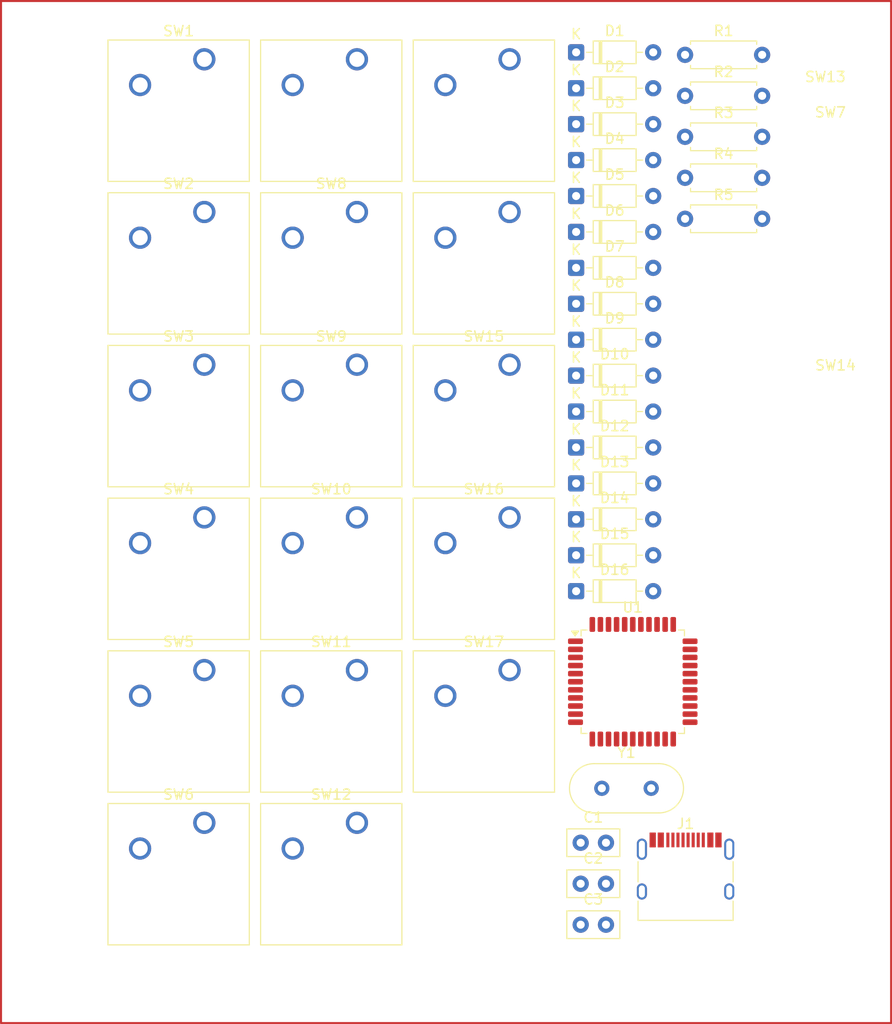
<source format=kicad_pcb>
(kicad_pcb (version 20241229) (generator "pcbnew") (generator_version "9.0")
  (layers (0 "F.Cu" signal) (2 "B.Cu" signal) (13 "F.Paste" user) (15 "B.Paste" user) (5 "F.SilkS" user "F.Silkscreen") (7 "B.SilkS" user "B.Silkscreen") (1 "F.Mask" user) (3 "B.Mask" user) (25 "Edge.Cuts" user))
  (net 0 "")
  (net 1 "Net-(U1-XTAL1)")
  (net 2 "GND")
  (net 3 "Net-(U1-XTAL2)")
  (net 4 "Net-(U1-UCAP)")
  (net 5 "Net-(D1-K)")
  (net 6 "ROW 2")
  (net 7 "ROW 3")
  (net 8 "Net-(D2-K)")
  (net 9 "Net-(D3-K)")
  (net 10 "ROW 4")
  (net 11 "ROW 1")
  (net 12 "Net-(D4-K)")
  (net 13 "Net-(D5-K)")
  (net 14 "Net-(D6-K)")
  (net 15 "Net-(D7-K)")
  (net 16 "Net-(D8-K)")
  (net 17 "Net-(D9-K)")
  (net 18 "Net-(D10-K)")
  (net 19 "Net-(D11-K)")
  (net 20 "Net-(D12-K)")
  (net 21 "Net-(D13-K)")
  (net 22 "Net-(D14-K)")
  (net 23 "Net-(D15-K)")
  (net 24 "Net-(D16-K)")
  (net 26 "+5V")
  (net 27 "D-")
  (net 28 "D+")
  (net 29 "Net-(J1-CC1)")
  (net 30 "Net-(J1-CC2)")
  (net 32 "Net-(U1-D-)")
  (net 33 "Net-(U1-D+)")
  (net 34 "Net-(U1-~{RESET})")
  (net 35 "COLUMN 1")
  (net 36 "COLUMN 2")
  (net 37 "COLUMN 3")
  (net 38 "COLUMN 4")
  (footprint "Diode_THT:D_DO-35_SOD27_P7.62mm_Horizontal" (layer "F.Cu") (at 159.36 36.57)
    (property "Reference" "D1" (at 3.81 -2.12 0) (layer "F.SilkS"))
    (property "Value" "D")
    (fp_text user "K" (at 0 -1.8 0) (layer "F.SilkS"))
    (pad "1" thru_hole roundrect (at 0 0) (size 1.6 1.6) (drill 0.8) (layers "*.Cu" "*.Mask") (roundrect_rratio 0.15625) (net 5 "Net-(D1-K)"))
    (pad "2" thru_hole circle (at 7.62 0) (size 1.6 1.6) (drill 0.8) (layers "*.Cu" "*.Mask") (net 6 "ROW 2"))
  )
  (footprint "Diode_THT:D_DO-35_SOD27_P7.62mm_Horizontal" (layer "F.Cu") (at 159.36 82.72)
    (property "Reference" "D14" (at 3.81 -2.12 0) (layer "F.SilkS"))
    (property "Value" "D")
    (fp_text user "K" (at 0 -1.8 0) (layer "F.SilkS"))
    (pad "1" thru_hole roundrect (at 0 0) (size 1.6 1.6) (drill 0.8) (layers "*.Cu" "*.Mask") (roundrect_rratio 0.15625) (net 22 "Net-(D14-K)"))
    (pad "2" thru_hole circle (at 7.62 0) (size 1.6 1.6) (drill 0.8) (layers "*.Cu" "*.Mask") (net 7 "ROW 3"))
  )
  (footprint "Resistor_THT:R_Axial_DIN0207_L6.3mm_D2.5mm_P7.62mm_Horizontal" (layer "F.Cu") (at 170.13 36.82)
    (property "Reference" "R1" (at 3.81 -2.37 0) (layer "F.SilkS"))
    (property "Value" "R")
    (pad "1" thru_hole circle (at 0 0) (size 1.6 1.6) (drill 0.8) (layers "*.Cu" "*.Mask") (net 29 "Net-(J1-CC1)"))
    (pad "2" thru_hole circle (at 7.62 0) (size 1.6 1.6) (drill 0.8) (layers "*.Cu" "*.Mask") (net 2 "GND"))
  )
  (footprint "Button_Switch_Keyboard:SW_Cherry_MX_1.00u_PCB" (layer "F.Cu") (at 122.6 82.53)
    (property "Reference" "SW4" (at -2.54 -2.794 0) (layer "F.SilkS"))
    (property "Value" "SW_Push")
    (pad "" np_thru_hole circle (at -7.62 5.08) (size 1.7 1.7) (drill 1.7) (layers "*.Cu" "*.Mask"))
    (pad "" np_thru_hole circle (at -2.54 5.08) (size 4 4) (drill 4) (layers "*.Cu" "*.Mask"))
    (pad "" np_thru_hole circle (at 2.54 5.08) (size 1.7 1.7) (drill 1.7) (layers "*.Cu" "*.Mask"))
    (pad "1" thru_hole circle (at 0 0) (size 2.2 2.2) (drill 1.5) (layers "*.Cu" "*.Mask") (net 35 "COLUMN 1"))
    (pad "2" thru_hole circle (at -6.35 2.54) (size 2.2 2.2) (drill 1.5) (layers "*.Cu" "*.Mask") (net 9 "Net-(D3-K)"))
  )
  (footprint "Diode_THT:D_DO-35_SOD27_P7.62mm_Horizontal" (layer "F.Cu") (at 159.36 68.52)
    (property "Reference" "D10" (at 3.81 -2.12 0) (layer "F.SilkS"))
    (property "Value" "D")
    (fp_text user "K" (at 0 -1.8 0) (layer "F.SilkS"))
    (pad "1" thru_hole roundrect (at 0 0) (size 1.6 1.6) (drill 0.8) (layers "*.Cu" "*.Mask") (roundrect_rratio 0.15625) (net 18 "Net-(D10-K)"))
    (pad "2" thru_hole circle (at 7.62 0) (size 1.6 1.6) (drill 0.8) (layers "*.Cu" "*.Mask") (net 7 "ROW 3"))
  )
  (footprint "Connector_USB:USB_C_Receptacle_HRO_TYPE-C-31-M-12" (layer "F.Cu") (at 170.18 118.45)
    (property "Reference" "J1" (at 0 -5.645 0) (layer "F.SilkS"))
    (property "Value" "USB_C_Receptacle_USB2.0_16P")
    (pad "" np_thru_hole circle (at -2.89 -2.6) (size 0.65 0.65) (drill 0.65) (layers "*.Cu" "*.Mask"))
    (pad "" np_thru_hole circle (at 2.89 -2.6) (size 0.65 0.65) (drill 0.65) (layers "*.Cu" "*.Mask"))
    (pad "A1" smd rect (at -3.25 -4.045) (size 0.6 1.45) (layers "F.Cu" "F.Mask" "F.Paste") (net 2 "GND"))
    (pad "A4" smd rect (at -2.45 -4.045) (size 0.6 1.45) (layers "F.Cu" "F.Mask" "F.Paste") (net 26 "+5V"))
    (pad "A5" smd rect (at -1.25 -4.045) (size 0.3 1.45) (layers "F.Cu" "F.Mask" "F.Paste") (net 29 "Net-(J1-CC1)"))
    (pad "A6" smd rect (at -0.25 -4.045) (size 0.3 1.45) (layers "F.Cu" "F.Mask" "F.Paste") (net 28 "D+"))
    (pad "A7" smd rect (at 0.25 -4.045) (size 0.3 1.45) (layers "F.Cu" "F.Mask" "F.Paste") (net 27 "D-"))
    (pad "A8" smd rect (at 1.25 -4.045) (size 0.3 1.45) (layers "F.Cu" "F.Mask" "F.Paste"))
    (pad "A9" smd rect (at 2.45 -4.045) (size 0.6 1.45) (layers "F.Cu" "F.Mask" "F.Paste") (net 26 "+5V"))
    (pad "A12" smd rect (at 3.25 -4.045) (size 0.6 1.45) (layers "F.Cu" "F.Mask" "F.Paste") (net 2 "GND"))
    (pad "B1" smd rect (at 3.25 -4.045) (size 0.6 1.45) (layers "F.Cu" "F.Mask" "F.Paste") (net 2 "GND"))
    (pad "B4" smd rect (at 2.45 -4.045) (size 0.6 1.45) (layers "F.Cu" "F.Mask" "F.Paste") (net 26 "+5V"))
    (pad "B5" smd rect (at 1.75 -4.045) (size 0.3 1.45) (layers "F.Cu" "F.Mask" "F.Paste") (net 30 "Net-(J1-CC2)"))
    (pad "B6" smd rect (at 0.75 -4.045) (size 0.3 1.45) (layers "F.Cu" "F.Mask" "F.Paste") (net 28 "D+"))
    (pad "B7" smd rect (at -0.75 -4.045) (size 0.3 1.45) (layers "F.Cu" "F.Mask" "F.Paste") (net 27 "D-"))
    (pad "B8" smd rect (at -1.75 -4.045) (size 0.3 1.45) (layers "F.Cu" "F.Mask" "F.Paste"))
    (pad "B9" smd rect (at -2.45 -4.045) (size 0.6 1.45) (layers "F.Cu" "F.Mask" "F.Paste") (net 26 "+5V"))
    (pad "B12" smd rect (at -3.25 -4.045) (size 0.6 1.45) (layers "F.Cu" "F.Mask" "F.Paste") (net 2 "GND"))
    (pad "S1" thru_hole oval (at -4.32 -3.13) (size 1 2.1) (drill oval 0.6 1.7) (property pad_prop_heatsink) (layers "*.Cu" "*.Mask") (net 2 "GND"))
    (pad "S1" thru_hole oval (at -4.32 1.05) (size 1 1.6) (drill oval 0.6 1.2) (property pad_prop_heatsink) (layers "*.Cu" "*.Mask") (net 2 "GND"))
    (pad "S1" thru_hole oval (at 4.32 -3.13) (size 1 2.1) (drill oval 0.6 1.7) (property pad_prop_heatsink) (layers "*.Cu" "*.Mask") (net 2 "GND"))
    (pad "S1" thru_hole oval (at 4.32 1.05) (size 1 1.6) (drill oval 0.6 1.2) (property pad_prop_heatsink) (layers "*.Cu" "*.Mask") (net 2 "GND"))
  )
  (footprint "Button_Switch_Keyboard:SW_Cherry_MX_1.00u_PCB" (layer "F.Cu") (at 122.6 37.26)
    (property "Reference" "SW1" (at -2.54 -2.794 0) (layer "F.SilkS"))
    (property "Value" "SW_Push")
    (pad "" np_thru_hole circle (at -7.62 5.08) (size 1.7 1.7) (drill 1.7) (layers "*.Cu" "*.Mask"))
    (pad "" np_thru_hole circle (at -2.54 5.08) (size 4 4) (drill 4) (layers "*.Cu" "*.Mask"))
    (pad "" np_thru_hole circle (at 2.54 5.08) (size 1.7 1.7) (drill 1.7) (layers "*.Cu" "*.Mask"))
    (pad "1" thru_hole circle (at 0 0) (size 2.2 2.2) (drill 1.5) (layers "*.Cu" "*.Mask") (net 2 "GND"))
    (pad "2" thru_hole circle (at -6.35 2.54) (size 2.2 2.2) (drill 1.5) (layers "*.Cu" "*.Mask") (net 34 "Net-(U1-~{RESET})"))
  )
  (footprint "Button_Switch_Keyboard:SW_Cherry_MX_1.00u_PCB" (layer "F.Cu") (at 152.78 52.35)
    (property "Reference" "SW14" (at 32.22 15.15 0) (layer "F.SilkS"))
    (property "Value" "SW_Push")
    (pad "" np_thru_hole circle (at -7.62 5.08) (size 1.7 1.7) (drill 1.7) (layers "*.Cu" "*.Mask"))
    (pad "" np_thru_hole circle (at -2.54 5.08) (size 4 4) (drill 4) (layers "*.Cu" "*.Mask"))
    (pad "" np_thru_hole circle (at 2.54 5.08) (size 1.7 1.7) (drill 1.7) (layers "*.Cu" "*.Mask"))
    (pad "1" thru_hole circle (at 0 0) (size 2.2 2.2) (drill 1.5) (layers "*.Cu" "*.Mask") (net 38 "COLUMN 4"))
    (pad "2" thru_hole circle (at -6.35 2.54) (size 2.2 2.2) (drill 1.5) (layers "*.Cu" "*.Mask") (net 21 "Net-(D13-K)"))
  )
  (footprint "Resistor_THT:R_Axial_DIN0207_L6.3mm_D2.5mm_P7.62mm_Horizontal" (layer "F.Cu") (at 170.13 53.02)
    (property "Reference" "R5" (at 3.81 -2.37 0) (layer "F.SilkS"))
    (property "Value" "R")
    (pad "1" thru_hole circle (at 0 0) (size 1.6 1.6) (drill 0.8) (layers "*.Cu" "*.Mask") (net 26 "+5V"))
    (pad "2" thru_hole circle (at 7.62 0) (size 1.6 1.6) (drill 0.8) (layers "*.Cu" "*.Mask") (net 34 "Net-(U1-~{RESET})"))
  )
  (footprint "Resistor_THT:R_Axial_DIN0207_L6.3mm_D2.5mm_P7.62mm_Horizontal" (layer "F.Cu") (at 170.13 48.97)
    (property "Reference" "R4" (at 3.81 -2.37 0) (layer "F.SilkS"))
    (property "Value" "R")
    (pad "1" thru_hole circle (at 0 0) (size 1.6 1.6) (drill 0.8) (layers "*.Cu" "*.Mask") (net 28 "D+"))
    (pad "2" thru_hole circle (at 7.62 0) (size 1.6 1.6) (drill 0.8) (layers "*.Cu" "*.Mask") (net 33 "Net-(U1-D+)"))
  )
  (footprint "Capacitor_THT:C_Disc_D5.0mm_W2.5mm_P2.50mm" (layer "F.Cu") (at 159.81 118.73)
    (property "Reference" "C2" (at 1.25 -2.5 0) (layer "F.SilkS"))
    (property "Value" "C")
    (pad "1" thru_hole circle (at 0 0) (size 1.6 1.6) (drill 0.8) (layers "*.Cu" "*.Mask") (net 2 "GND"))
    (pad "2" thru_hole circle (at 2.5 0) (size 1.6 1.6) (drill 0.8) (layers "*.Cu" "*.Mask") (net 3 "Net-(U1-XTAL2)"))
  )
  (footprint "Diode_THT:D_DO-35_SOD27_P7.62mm_Horizontal" (layer "F.Cu") (at 159.36 43.67)
    (property "Reference" "D3" (at 3.81 -2.12 0) (layer "F.SilkS"))
    (property "Value" "D")
    (fp_text user "K" (at 0 -1.8 0) (layer "F.SilkS"))
    (pad "1" thru_hole roundrect (at 0 0) (size 1.6 1.6) (drill 0.8) (layers "*.Cu" "*.Mask") (roundrect_rratio 0.15625) (net 9 "Net-(D3-K)"))
    (pad "2" thru_hole circle (at 7.62 0) (size 1.6 1.6) (drill 0.8) (layers "*.Cu" "*.Mask") (net 10 "ROW 4"))
  )
  (footprint "Diode_THT:D_DO-35_SOD27_P7.62mm_Horizontal" (layer "F.Cu") (at 159.36 64.97)
    (property "Reference" "D9" (at 3.81 -2.12 0) (layer "F.SilkS"))
    (property "Value" "D")
    (fp_text user "K" (at 0 -1.8 0) (layer "F.SilkS"))
    (pad "1" thru_hole roundrect (at 0 0) (size 1.6 1.6) (drill 0.8) (layers "*.Cu" "*.Mask") (roundrect_rratio 0.15625) (net 17 "Net-(D9-K)"))
    (pad "2" thru_hole circle (at 7.62 0) (size 1.6 1.6) (drill 0.8) (layers "*.Cu" "*.Mask") (net 6 "ROW 2"))
  )
  (footprint "Diode_THT:D_DO-35_SOD27_P7.62mm_Horizontal" (layer "F.Cu") (at 159.36 40.12)
    (property "Reference" "D2" (at 3.81 -2.12 0) (layer "F.SilkS"))
    (property "Value" "D")
    (fp_text user "K" (at 0 -1.8 0) (layer "F.SilkS"))
    (pad "1" thru_hole roundrect (at 0 0) (size 1.6 1.6) (drill 0.8) (layers "*.Cu" "*.Mask") (roundrect_rratio 0.15625) (net 8 "Net-(D2-K)"))
    (pad "2" thru_hole circle (at 7.62 0) (size 1.6 1.6) (drill 0.8) (layers "*.Cu" "*.Mask") (net 7 "ROW 3"))
  )
  (footprint "Button_Switch_Keyboard:SW_Cherry_MX_1.00u_PCB" (layer "F.Cu") (at 152.78 82.53)
    (property "Reference" "SW16" (at -2.54 -2.794 0) (layer "F.SilkS"))
    (property "Value" "SW_Push")
    (pad "" np_thru_hole circle (at -7.62 5.08) (size 1.7 1.7) (drill 1.7) (layers "*.Cu" "*.Mask"))
    (pad "" np_thru_hole circle (at -2.54 5.08) (size 4 4) (drill 4) (layers "*.Cu" "*.Mask"))
    (pad "" np_thru_hole circle (at 2.54 5.08) (size 1.7 1.7) (drill 1.7) (layers "*.Cu" "*.Mask"))
    (pad "1" thru_hole circle (at 0 0) (size 2.2 2.2) (drill 1.5) (layers "*.Cu" "*.Mask") (net 38 "COLUMN 4"))
    (pad "2" thru_hole circle (at -6.35 2.54) (size 2.2 2.2) (drill 1.5) (layers "*.Cu" "*.Mask") (net 23 "Net-(D15-K)"))
  )
  (footprint "Capacitor_THT:C_Disc_D5.0mm_W2.5mm_P2.50mm" (layer "F.Cu") (at 159.81 122.78)
    (property "Reference" "C3" (at 1.25 -2.5 0) (layer "F.SilkS"))
    (property "Value" "C")
    (pad "1" thru_hole circle (at 0 0) (size 1.6 1.6) (drill 0.8) (layers "*.Cu" "*.Mask") (net 4 "Net-(U1-UCAP)"))
    (pad "2" thru_hole circle (at 2.5 0) (size 1.6 1.6) (drill 0.8) (layers "*.Cu" "*.Mask") (net 2 "GND"))
  )
  (footprint "Button_Switch_Keyboard:SW_Cherry_MX_1.00u_PCB" (layer "F.Cu") (at 137.69 112.71)
    (property "Reference" "SW12" (at -2.54 -2.794 0) (layer "F.SilkS"))
    (property "Value" "SW_Push")
    (pad "" np_thru_hole circle (at -7.62 5.08) (size 1.7 1.7) (drill 1.7) (layers "*.Cu" "*.Mask"))
    (pad "" np_thru_hole circle (at -2.54 5.08) (size 4 4) (drill 4) (layers "*.Cu" "*.Mask"))
    (pad "" np_thru_hole circle (at 2.54 5.08) (size 1.7 1.7) (drill 1.7) (layers "*.Cu" "*.Mask"))
    (pad "1" thru_hole circle (at 0 0) (size 2.2 2.2) (drill 1.5) (layers "*.Cu" "*.Mask") (net 37 "COLUMN 3"))
    (pad "2" thru_hole circle (at -6.35 2.54) (size 2.2 2.2) (drill 1.5) (layers "*.Cu" "*.Mask") (net 19 "Net-(D11-K)"))
  )
  (footprint "Button_Switch_Keyboard:SW_Cherry_MX_1.00u_PCB" (layer "F.Cu") (at 137.69 37.26)
    (property "Reference" "SW7" (at 46.81 5.24 0) (layer "F.SilkS"))
    (property "Value" "SW_Push")
    (pad "" np_thru_hole circle (at -7.62 5.08) (size 1.7 1.7) (drill 1.7) (layers "*.Cu" "*.Mask"))
    (pad "" np_thru_hole circle (at -2.54 5.08) (size 4 4) (drill 4) (layers "*.Cu" "*.Mask"))
    (pad "" np_thru_hole circle (at 2.54 5.08) (size 1.7 1.7) (drill 1.7) (layers "*.Cu" "*.Mask"))
    (pad "1" thru_hole circle (at 0 0) (size 2.2 2.2) (drill 1.5) (layers "*.Cu" "*.Mask") (net 36 "COLUMN 2"))
    (pad "2" thru_hole circle (at -6.35 2.54) (size 2.2 2.2) (drill 1.5) (layers "*.Cu" "*.Mask") (net 14 "Net-(D6-K)"))
  )
  (footprint "Button_Switch_Keyboard:SW_Cherry_MX_1.00u_PCB" (layer "F.Cu") (at 152.78 97.62)
    (property "Reference" "SW17" (at -2.54 -2.794 0) (layer "F.SilkS"))
    (property "Value" "SW_Push")
    (pad "" np_thru_hole circle (at -7.62 5.08) (size 1.7 1.7) (drill 1.7) (layers "*.Cu" "*.Mask"))
    (pad "" np_thru_hole circle (at -2.54 5.08) (size 4 4) (drill 4) (layers "*.Cu" "*.Mask"))
    (pad "" np_thru_hole circle (at 2.54 5.08) (size 1.7 1.7) (drill 1.7) (layers "*.Cu" "*.Mask"))
    (pad "1" thru_hole circle (at 0 0) (size 2.2 2.2) (drill 1.5) (layers "*.Cu" "*.Mask") (net 38 "COLUMN 4"))
    (pad "2" thru_hole circle (at -6.35 2.54) (size 2.2 2.2) (drill 1.5) (layers "*.Cu" "*.Mask") (net 24 "Net-(D16-K)"))
  )
  (footprint "Package_QFP:TQFP-44_10x10mm_P0.8mm" (layer "F.Cu") (at 164.96 98.77)
    (property "Reference" "U1" (at 0 -7.35 0) (layer "F.SilkS"))
    (property "Value" "ATmega32U4-A")
    (pad "1" smd roundrect (at -5.6625 -4) (size 1.475 0.55) (layers "F.Cu" "F.Mask" "F.Paste"))
    (pad "2" smd roundrect (at -5.6625 -3.2) (size 1.475 0.55) (layers "F.Cu" "F.Mask" "F.Paste") (net 26 "+5V"))
    (pad "3" smd roundrect (at -5.6625 -2.4) (size 1.475 0.55) (layers "F.Cu" "F.Mask" "F.Paste") (net 32 "Net-(U1-D-)"))
    (pad "4" smd roundrect (at -5.6625 -1.6) (size 1.475 0.55) (layers "F.Cu" "F.Mask" "F.Paste") (net 33 "Net-(U1-D+)"))
    (pad "5" smd roundrect (at -5.6625 -0.8) (size 1.475 0.55) (layers "F.Cu" "F.Mask" "F.Paste") (net 2 "GND"))
    (pad "6" smd roundrect (at -5.6625 0) (size 1.475 0.55) (layers "F.Cu" "F.Mask" "F.Paste") (net 4 "Net-(U1-UCAP)"))
    (pad "7" smd roundrect (at -5.6625 0.8) (size 1.475 0.55) (layers "F.Cu" "F.Mask" "F.Paste") (net 26 "+5V"))
    (pad "8" smd roundrect (at -5.6625 1.6) (size 1.475 0.55) (layers "F.Cu" "F.Mask" "F.Paste") (net 35 "COLUMN 1"))
    (pad "9" smd roundrect (at -5.6625 2.4) (size 1.475 0.55) (layers "F.Cu" "F.Mask" "F.Paste") (net 36 "COLUMN 2"))
    (pad "10" smd roundrect (at -5.6625 3.2) (size 1.475 0.55) (layers "F.Cu" "F.Mask" "F.Paste") (net 37 "COLUMN 3"))
    (pad "11" smd roundrect (at -5.6625 4) (size 1.475 0.55) (layers "F.Cu" "F.Mask" "F.Paste") (net 38 "COLUMN 4"))
    (pad "12" smd roundrect (at -4 5.6625) (size 0.55 1.475) (layers "F.Cu" "F.Mask" "F.Paste"))
    (pad "13" smd roundrect (at -3.2 5.6625) (size 0.55 1.475) (layers "F.Cu" "F.Mask" "F.Paste") (net 34 "Net-(U1-~{RESET})"))
    (pad "14" smd roundrect (at -2.4 5.6625) (size 0.55 1.475) (layers "F.Cu" "F.Mask" "F.Paste") (net 26 "+5V"))
    (pad "15" smd roundrect (at -1.6 5.6625) (size 0.55 1.475) (layers "F.Cu" "F.Mask" "F.Paste") (net 2 "GND"))
    (pad "16" smd roundrect (at -0.8 5.6625) (size 0.55 1.475) (layers "F.Cu" "F.Mask" "F.Paste") (net 3 "Net-(U1-XTAL2)"))
    (pad "17" smd roundrect (at 0 5.6625) (size 0.55 1.475) (layers "F.Cu" "F.Mask" "F.Paste") (net 1 "Net-(U1-XTAL1)"))
    (pad "18" smd roundrect (at 0.8 5.6625) (size 0.55 1.475) (layers "F.Cu" "F.Mask" "F.Paste") (net 11 "ROW 1"))
    (pad "19" smd roundrect (at 1.6 5.6625) (size 0.55 1.475) (layers "F.Cu" "F.Mask" "F.Paste") (net 6 "ROW 2"))
    (pad "20" smd roundrect (at 2.4 5.6625) (size 0.55 1.475) (layers "F.Cu" "F.Mask" "F.Paste") (net 7 "ROW 3"))
    (pad "21" smd roundrect (at 3.2 5.6625) (size 0.55 1.475) (layers "F.Cu" "F.Mask" "F.Paste") (net 10 "ROW 4"))
    (pad "22" smd roundrect (at 4 5.6625) (size 0.55 1.475) (layers "F.Cu" "F.Mask" "F.Paste"))
    (pad "23" smd roundrect (at 5.6625 4) (size 1.475 0.55) (layers "F.Cu" "F.Mask" "F.Paste") (net 2 "GND"))
    (pad "24" smd roundrect (at 5.6625 3.2) (size 1.475 0.55) (layers "F.Cu" "F.Mask" "F.Paste") (net 26 "+5V"))
    (pad "25" smd roundrect (at 5.6625 2.4) (size 1.475 0.55) (layers "F.Cu" "F.Mask" "F.Paste"))
    (pad "26" smd roundrect (at 5.6625 1.6) (size 1.475 0.55) (layers "F.Cu" "F.Mask" "F.Paste"))
    (pad "27" smd roundrect (at 5.6625 0.8) (size 1.475 0.55) (layers "F.Cu" "F.Mask" "F.Paste"))
    (pad "28" smd roundrect (at 5.6625 0) (size 1.475 0.55) (layers "F.Cu" "F.Mask" "F.Paste"))
    (pad "29" smd roundrect (at 5.6625 -0.8) (size 1.475 0.55) (layers "F.Cu" "F.Mask" "F.Paste"))
    (pad "30" smd roundrect (at 5.6625 -1.6) (size 1.475 0.55) (layers "F.Cu" "F.Mask" "F.Paste"))
    (pad "31" smd roundrect (at 5.6625 -2.4) (size 1.475 0.55) (layers "F.Cu" "F.Mask" "F.Paste"))
    (pad "32" smd roundrect (at 5.6625 -3.2) (size 1.475 0.55) (layers "F.Cu" "F.Mask" "F.Paste"))
    (pad "33" smd roundrect (at 5.6625 -4) (size 1.475 0.55) (layers "F.Cu" "F.Mask" "F.Paste"))
    (pad "34" smd roundrect (at 4 -5.6625) (size 0.55 1.475) (layers "F.Cu" "F.Mask" "F.Paste") (net 26 "+5V"))
    (pad "35" smd roundrect (at 3.2 -5.6625) (size 0.55 1.475) (layers "F.Cu" "F.Mask" "F.Paste") (net 2 "GND"))
    (pad "36" smd roundrect (at 2.4 -5.6625) (size 0.55 1.475) (layers "F.Cu" "F.Mask" "F.Paste"))
    (pad "37" smd roundrect (at 1.6 -5.6625) (size 0.55 1.475) (layers "F.Cu" "F.Mask" "F.Paste"))
    (pad "38" smd roundrect (at 0.8 -5.6625) (size 0.55 1.475) (layers "F.Cu" "F.Mask" "F.Paste"))
    (pad "39" smd roundrect (at 0 -5.6625) (size 0.55 1.475) (layers "F.Cu" "F.Mask" "F.Paste"))
    (pad "40" smd roundrect (at -0.8 -5.6625) (size 0.55 1.475) (layers "F.Cu" "F.Mask" "F.Paste"))
    (pad "41" smd roundrect (at -1.6 -5.6625) (size 0.55 1.475) (layers "F.Cu" "F.Mask" "F.Paste"))
    (pad "42" smd roundrect (at -2.4 -5.6625) (size 0.55 1.475) (layers "F.Cu" "F.Mask" "F.Paste"))
    (pad "43" smd roundrect (at -3.2 -5.6625) (size 0.55 1.475) (layers "F.Cu" "F.Mask" "F.Paste") (net 2 "GND"))
    (pad "44" smd roundrect (at -4 -5.6625) (size 0.55 1.475) (layers "F.Cu" "F.Mask" "F.Paste") (net 26 "+5V"))
  )
  (footprint "Button_Switch_Keyboard:SW_Cherry_MX_1.00u_PCB" (layer "F.Cu") (at 152.78 67.44)
    (property "Reference" "SW15" (at -2.54 -2.794 0) (layer "F.SilkS"))
    (property "Value" "SW_Push")
    (pad "" np_thru_hole circle (at -7.62 5.08) (size 1.7 1.7) (drill 1.7) (layers "*.Cu" "*.Mask"))
    (pad "" np_thru_hole circle (at -2.54 5.08) (size 4 4) (drill 4) (layers "*.Cu" "*.Mask"))
    (pad "" np_thru_hole circle (at 2.54 5.08) (size 1.7 1.7) (drill 1.7) (layers "*.Cu" "*.Mask"))
    (pad "1" thru_hole circle (at 0 0) (size 2.2 2.2) (drill 1.5) (layers "*.Cu" "*.Mask") (net 38 "COLUMN 4"))
    (pad "2" thru_hole circle (at -6.35 2.54) (size 2.2 2.2) (drill 1.5) (layers "*.Cu" "*.Mask") (net 22 "Net-(D14-K)"))
  )
  (footprint "Diode_THT:D_DO-35_SOD27_P7.62mm_Horizontal" (layer "F.Cu") (at 159.36 89.82)
    (property "Reference" "D16" (at 3.81 -2.12 0) (layer "F.SilkS"))
    (property "Value" "D")
    (fp_text user "K" (at 0 -1.8 0) (layer "F.SilkS"))
    (pad "1" thru_hole roundrect (at 0 0) (size 1.6 1.6) (drill 0.8) (layers "*.Cu" "*.Mask") (roundrect_rratio 0.15625) (net 24 "Net-(D16-K)"))
    (pad "2" thru_hole circle (at 7.62 0) (size 1.6 1.6) (drill 0.8) (layers "*.Cu" "*.Mask") (net 11 "ROW 1"))
  )
  (footprint "Resistor_THT:R_Axial_DIN0207_L6.3mm_D2.5mm_P7.62mm_Horizontal" (layer "F.Cu") (at 170.13 44.92)
    (property "Reference" "R3" (at 3.81 -2.37 0) (layer "F.SilkS"))
    (property "Value" "R")
    (pad "1" thru_hole circle (at 0 0) (size 1.6 1.6) (drill 0.8) (layers "*.Cu" "*.Mask") (net 27 "D-"))
    (pad "2" thru_hole circle (at 7.62 0) (size 1.6 1.6) (drill 0.8) (layers "*.Cu" "*.Mask") (net 32 "Net-(U1-D-)"))
  )
  (footprint "Diode_THT:D_DO-35_SOD27_P7.62mm_Horizontal" (layer "F.Cu") (at 159.36 54.32)
    (property "Reference" "D6" (at 3.81 -2.12 0) (layer "F.SilkS"))
    (property "Value" "D")
    (fp_text user "K" (at 0 -1.8 0) (layer "F.SilkS"))
    (pad "1" thru_hole roundrect (at 0 0) (size 1.6 1.6) (drill 0.8) (layers "*.Cu" "*.Mask") (roundrect_rratio 0.15625) (net 14 "Net-(D6-K)"))
    (pad "2" thru_hole circle (at 7.62 0) (size 1.6 1.6) (drill 0.8) (layers "*.Cu" "*.Mask") (net 7 "ROW 3"))
  )
  (footprint "Button_Switch_Keyboard:SW_Cherry_MX_1.00u_PCB" (layer "F.Cu") (at 137.69 97.62)
    (property "Reference" "SW11" (at -2.54 -2.794 0) (layer "F.SilkS"))
    (property "Value" "SW_Push")
    (pad "" np_thru_hole circle (at -7.62 5.08) (size 1.7 1.7) (drill 1.7) (layers "*.Cu" "*.Mask"))
    (pad "" np_thru_hole circle (at -2.54 5.08) (size 4 4) (drill 4) (layers "*.Cu" "*.Mask"))
    (pad "" np_thru_hole circle (at 2.54 5.08) (size 1.7 1.7) (drill 1.7) (layers "*.Cu" "*.Mask"))
    (pad "1" thru_hole circle (at 0 0) (size 2.2 2.2) (drill 1.5) (layers "*.Cu" "*.Mask") (net 37 "COLUMN 3"))
    (pad "2" thru_hole circle (at -6.35 2.54) (size 2.2 2.2) (drill 1.5) (layers "*.Cu" "*.Mask") (net 18 "Net-(D10-K)"))
  )
  (footprint "Diode_THT:D_DO-35_SOD27_P7.62mm_Horizontal" (layer "F.Cu") (at 159.36 75.62)
    (property "Reference" "D12" (at 3.81 -2.12 0) (layer "F.SilkS"))
    (property "Value" "D")
    (fp_text user "K" (at 0 -1.8 0) (layer "F.SilkS"))
    (pad "1" thru_hole roundrect (at 0 0) (size 1.6 1.6) (drill 0.8) (layers "*.Cu" "*.Mask") (roundrect_rratio 0.15625) (net 20 "Net-(D12-K)"))
    (pad "2" thru_hole circle (at 7.62 0) (size 1.6 1.6) (drill 0.8) (layers "*.Cu" "*.Mask") (net 11 "ROW 1"))
  )
  (footprint "Diode_THT:D_DO-35_SOD27_P7.62mm_Horizontal" (layer "F.Cu") (at 159.36 79.17)
    (property "Reference" "D13" (at 3.81 -2.12 0) (layer "F.SilkS"))
    (property "Value" "D")
    (fp_text user "K" (at 0 -1.8 0) (layer "F.SilkS"))
    (pad "1" thru_hole roundrect (at 0 0) (size 1.6 1.6) (drill 0.8) (layers "*.Cu" "*.Mask") (roundrect_rratio 0.15625) (net 21 "Net-(D13-K)"))
    (pad "2" thru_hole circle (at 7.62 0) (size 1.6 1.6) (drill 0.8) (layers "*.Cu" "*.Mask") (net 6 "ROW 2"))
  )
  (footprint "Button_Switch_Keyboard:SW_Cherry_MX_1.00u_PCB" (layer "F.Cu") (at 122.6 97.62)
    (property "Reference" "SW5" (at -2.54 -2.794 0) (layer "F.SilkS"))
    (property "Value" "SW_Push")
    (pad "" np_thru_hole circle (at -7.62 5.08) (size 1.7 1.7) (drill 1.7) (layers "*.Cu" "*.Mask"))
    (pad "" np_thru_hole circle (at -2.54 5.08) (size 4 4) (drill 4) (layers "*.Cu" "*.Mask"))
    (pad "" np_thru_hole circle (at 2.54 5.08) (size 1.7 1.7) (drill 1.7) (layers "*.Cu" "*.Mask"))
    (pad "1" thru_hole circle (at 0 0) (size 2.2 2.2) (drill 1.5) (layers "*.Cu" "*.Mask") (net 35 "COLUMN 1"))
    (pad "2" thru_hole circle (at -6.35 2.54) (size 2.2 2.2) (drill 1.5) (layers "*.Cu" "*.Mask") (net 12 "Net-(D4-K)"))
  )
  (footprint "Diode_THT:D_DO-35_SOD27_P7.62mm_Horizontal" (layer "F.Cu") (at 159.36 72.07)
    (property "Reference" "D11" (at 3.81 -2.12 0) (layer "F.SilkS"))
    (property "Value" "D")
    (fp_text user "K" (at 0 -1.8 0) (layer "F.SilkS"))
    (pad "1" thru_hole roundrect (at 0 0) (size 1.6 1.6) (drill 0.8) (layers "*.Cu" "*.Mask") (roundrect_rratio 0.15625) (net 19 "Net-(D11-K)"))
    (pad "2" thru_hole circle (at 7.62 0) (size 1.6 1.6) (drill 0.8) (layers "*.Cu" "*.Mask") (net 10 "ROW 4"))
  )
  (footprint "Diode_THT:D_DO-35_SOD27_P7.62mm_Horizontal" (layer "F.Cu") (at 159.36 61.42)
    (property "Reference" "D8" (at 3.81 -2.12 0) (layer "F.SilkS"))
    (property "Value" "D")
    (fp_text user "K" (at 0 -1.8 0) (layer "F.SilkS"))
    (pad "1" thru_hole roundrect (at 0 0) (size 1.6 1.6) (drill 0.8) (layers "*.Cu" "*.Mask") (roundrect_rratio 0.15625) (net 16 "Net-(D8-K)"))
    (pad "2" thru_hole circle (at 7.62 0) (size 1.6 1.6) (drill 0.8) (layers "*.Cu" "*.Mask") (net 11 "ROW 1"))
  )
  (footprint "Button_Switch_Keyboard:SW_Cherry_MX_1.00u_PCB" (layer "F.Cu") (at 137.69 67.44)
    (property "Reference" "SW9" (at -2.54 -2.794 0) (layer "F.SilkS"))
    (property "Value" "SW_Push")
    (pad "" np_thru_hole circle (at -7.62 5.08) (size 1.7 1.7) (drill 1.7) (layers "*.Cu" "*.Mask"))
    (pad "" np_thru_hole circle (at -2.54 5.08) (size 4 4) (drill 4) (layers "*.Cu" "*.Mask"))
    (pad "" np_thru_hole circle (at 2.54 5.08) (size 1.7 1.7) (drill 1.7) (layers "*.Cu" "*.Mask"))
    (pad "1" thru_hole circle (at 0 0) (size 2.2 2.2) (drill 1.5) (layers "*.Cu" "*.Mask") (net 36 "COLUMN 2"))
    (pad "2" thru_hole circle (at -6.35 2.54) (size 2.2 2.2) (drill 1.5) (layers "*.Cu" "*.Mask") (net 16 "Net-(D8-K)"))
  )
  (footprint "Button_Switch_Keyboard:SW_Cherry_MX_1.00u_PCB" (layer "F.Cu") (at 152.78 37.26)
    (property "Reference" "SW13" (at 31.22 1.74 0) (layer "F.SilkS"))
    (property "Value" "SW_Push")
    (pad "" np_thru_hole circle (at -7.62 5.08) (size 1.7 1.7) (drill 1.7) (layers "*.Cu" "*.Mask"))
    (pad "" np_thru_hole circle (at -2.54 5.08) (size 4 4) (drill 4) (layers "*.Cu" "*.Mask"))
    (pad "" np_thru_hole circle (at 2.54 5.08) (size 1.7 1.7) (drill 1.7) (layers "*.Cu" "*.Mask"))
    (pad "1" thru_hole circle (at 0 0) (size 2.2 2.2) (drill 1.5) (layers "*.Cu" "*.Mask") (net 37 "COLUMN 3"))
    (pad "2" thru_hole circle (at -6.35 2.54) (size 2.2 2.2) (drill 1.5) (layers "*.Cu" "*.Mask") (net 20 "Net-(D12-K)"))
  )
  (footprint "Button_Switch_Keyboard:SW_Cherry_MX_1.00u_PCB" (layer "F.Cu") (at 122.6 52.35)
    (property "Reference" "SW2" (at -2.54 -2.794 0) (layer "F.SilkS"))
    (property "Value" "SW_Push")
    (pad "" np_thru_hole circle (at -7.62 5.08) (size 1.7 1.7) (drill 1.7) (layers "*.Cu" "*.Mask"))
    (pad "" np_thru_hole circle (at -2.54 5.08) (size 4 4) (drill 4) (layers "*.Cu" "*.Mask"))
    (pad "" np_thru_hole circle (at 2.54 5.08) (size 1.7 1.7) (drill 1.7) (layers "*.Cu" "*.Mask"))
    (pad "1" thru_hole circle (at 0 0) (size 2.2 2.2) (drill 1.5) (layers "*.Cu" "*.Mask") (net 35 "COLUMN 1"))
    (pad "2" thru_hole circle (at -6.35 2.54) (size 2.2 2.2) (drill 1.5) (layers "*.Cu" "*.Mask") (net 5 "Net-(D1-K)"))
  )
  (footprint "Button_Switch_Keyboard:SW_Cherry_MX_1.00u_PCB" (layer "F.Cu") (at 122.6 67.44)
    (property "Reference" "SW3" (at -2.54 -2.794 0) (layer "F.SilkS"))
    (property "Value" "SW_Push")
    (pad "" np_thru_hole circle (at -7.62 5.08) (size 1.7 1.7) (drill 1.7) (layers "*.Cu" "*.Mask"))
    (pad "" np_thru_hole circle (at -2.54 5.08) (size 4 4) (drill 4) (layers "*.Cu" "*.Mask"))
    (pad "" np_thru_hole circle (at 2.54 5.08) (size 1.7 1.7) (drill 1.7) (layers "*.Cu" "*.Mask"))
    (pad "1" thru_hole circle (at 0 0) (size 2.2 2.2) (drill 1.5) (layers "*.Cu" "*.Mask") (net 35 "COLUMN 1"))
    (pad "2" thru_hole circle (at -6.35 2.54) (size 2.2 2.2) (drill 1.5) (layers "*.Cu" "*.Mask") (net 8 "Net-(D2-K)"))
  )
  (footprint "Diode_THT:D_DO-35_SOD27_P7.62mm_Horizontal" (layer "F.Cu") (at 159.36 50.77)
    (property "Reference" "D5" (at 3.81 -2.12 0) (layer "F.SilkS"))
    (property "Value" "D")
    (fp_text user "K" (at 0 -1.8 0) (layer "F.SilkS"))
    (pad "1" thru_hole roundrect (at 0 0) (size 1.6 1.6) (drill 0.8) (layers "*.Cu" "*.Mask") (roundrect_rratio 0.15625) (net 13 "Net-(D5-K)"))
    (pad "2" thru_hole circle (at 7.62 0) (size 1.6 1.6) (drill 0.8) (layers "*.Cu" "*.Mask") (net 6 "ROW 2"))
  )
  (footprint "Button_Switch_Keyboard:SW_Cherry_MX_1.00u_PCB" (layer "F.Cu") (at 137.69 82.53)
    (property "Reference" "SW10" (at -2.54 -2.794 0) (layer "F.SilkS"))
    (property "Value" "SW_Push")
    (pad "" np_thru_hole circle (at -7.62 5.08) (size 1.7 1.7) (drill 1.7) (layers "*.Cu" "*.Mask"))
    (pad "" np_thru_hole circle (at -2.54 5.08) (size 4 4) (drill 4) (layers "*.Cu" "*.Mask"))
    (pad "" np_thru_hole circle (at 2.54 5.08) (size 1.7 1.7) (drill 1.7) (layers "*.Cu" "*.Mask"))
    (pad "1" thru_hole circle (at 0 0) (size 2.2 2.2) (drill 1.5) (layers "*.Cu" "*.Mask") (net 37 "COLUMN 3"))
    (pad "2" thru_hole circle (at -6.35 2.54) (size 2.2 2.2) (drill 1.5) (layers "*.Cu" "*.Mask") (net 17 "Net-(D9-K)"))
  )
  (footprint "Diode_THT:D_DO-35_SOD27_P7.62mm_Horizontal" (layer "F.Cu") (at 159.36 57.87)
    (property "Reference" "D7" (at 3.81 -2.12 0) (layer "F.SilkS"))
    (property "Value" "D")
    (fp_text user "K" (at 0 -1.8 0) (layer "F.SilkS"))
    (pad "1" thru_hole roundrect (at 0 0) (size 1.6 1.6) (drill 0.8) (layers "*.Cu" "*.Mask") (roundrect_rratio 0.15625) (net 15 "Net-(D7-K)"))
    (pad "2" thru_hole circle (at 7.62 0) (size 1.6 1.6) (drill 0.8) (layers "*.Cu" "*.Mask") (net 10 "ROW 4"))
  )
  (footprint "Resistor_THT:R_Axial_DIN0207_L6.3mm_D2.5mm_P7.62mm_Horizontal" (layer "F.Cu") (at 170.13 40.87)
    (property "Reference" "R2" (at 3.81 -2.37 0) (layer "F.SilkS"))
    (property "Value" "R")
    (pad "1" thru_hole circle (at 0 0) (size 1.6 1.6) (drill 0.8) (layers "*.Cu" "*.Mask") (net 2 "GND"))
    (pad "2" thru_hole circle (at 7.62 0) (size 1.6 1.6) (drill 0.8) (layers "*.Cu" "*.Mask") (net 30 "Net-(J1-CC2)"))
  )
  (footprint "Crystal:Crystal_HC49-4H_Vertical" (layer "F.Cu") (at 161.9 109.3)
    (property "Reference" "Y1" (at 2.44 -3.52 0) (layer "F.SilkS"))
    (property "Value" "Crystal_GND23_Small")
    (pad "1" thru_hole circle (at 0 0) (size 1.5 1.5) (drill 0.8) (layers "*.Cu" "*.Mask") (net 3 "Net-(U1-XTAL2)"))
    (pad "2" thru_hole circle (at 4.88 0) (size 1.5 1.5) (drill 0.8) (layers "*.Cu" "*.Mask") (net 2 "GND"))
  )
  (footprint "Button_Switch_Keyboard:SW_Cherry_MX_1.00u_PCB" (layer "F.Cu") (at 122.6 112.71)
    (property "Reference" "SW6" (at -2.54 -2.794 0) (layer "F.SilkS"))
    (property "Value" "SW_Push")
    (pad "" np_thru_hole circle (at -7.62 5.08) (size 1.7 1.7) (drill 1.7) (layers "*.Cu" "*.Mask"))
    (pad "" np_thru_hole circle (at -2.54 5.08) (size 4 4) (drill 4) (layers "*.Cu" "*.Mask"))
    (pad "" np_thru_hole circle (at 2.54 5.08) (size 1.7 1.7) (drill 1.7) (layers "*.Cu" "*.Mask"))
    (pad "1" thru_hole circle (at 0 0) (size 2.2 2.2) (drill 1.5) (layers "*.Cu" "*.Mask") (net 36 "COLUMN 2"))
    (pad "2" thru_hole circle (at -6.35 2.54) (size 2.2 2.2) (drill 1.5) (layers "*.Cu" "*.Mask") (net 13 "Net-(D5-K)"))
  )
  (footprint "Capacitor_THT:C_Disc_D5.0mm_W2.5mm_P2.50mm" (layer "F.Cu") (at 159.81 114.68)
    (property "Reference" "C1" (at 1.25 -2.5 0) (layer "F.SilkS"))
    (property "Value" "C")
    (pad "1" thru_hole circle (at 0 0) (size 1.6 1.6) (drill 0.8) (layers "*.Cu" "*.Mask") (net 2 "GND"))
    (pad "2" thru_hole circle (at 2.5 0) (size 1.6 1.6) (drill 0.8) (layers "*.Cu" "*.Mask") (net 1 "Net-(U1-XTAL1)"))
  )
  (footprint "Button_Switch_Keyboard:SW_Cherry_MX_1.00u_PCB" (layer "F.Cu") (at 137.69 52.35)
    (property "Reference" "SW8" (at -2.54 -2.794 0) (layer "F.SilkS"))
    (property "Value" "SW_Push")
    (pad "" np_thru_hole circle (at -7.62 5.08) (size 1.7 1.7) (drill 1.7) (layers "*.Cu" "*.Mask"))
    (pad "" np_thru_hole circle (at -2.54 5.08) (size 4 4) (drill 4) (layers "*.Cu" "*.Mask"))
    (pad "" np_thru_hole circle (at 2.54 5.08) (size 1.7 1.7) (drill 1.7) (layers "*.Cu" "*.Mask"))
    (pad "1" thru_hole circle (at 0 0) (size 2.2 2.2) (drill 1.5) (layers "*.Cu" "*.Mask") (net 36 "COLUMN 2"))
    (pad "2" thru_hole circle (at -6.35 2.54) (size 2.2 2.2) (drill 1.5) (layers "*.Cu" "*.Mask") (net 15 "Net-(D7-K)"))
  )
  (footprint "Diode_THT:D_DO-35_SOD27_P7.62mm_Horizontal" (layer "F.Cu") (at 159.36 47.22)
    (property "Reference" "D4" (at 3.81 -2.12 0) (layer "F.SilkS"))
    (property "Value" "D")
    (fp_text user "K" (at 0 -1.8 0) (layer "F.SilkS"))
    (pad "1" thru_hole roundrect (at 0 0) (size 1.6 1.6) (drill 0.8) (layers "*.Cu" "*.Mask") (roundrect_rratio 0.15625) (net 12 "Net-(D4-K)"))
    (pad "2" thru_hole circle (at 7.62 0) (size 1.6 1.6) (drill 0.8) (layers "*.Cu" "*.Mask") (net 11 "ROW 1"))
  )
  (footprint "Diode_THT:D_DO-35_SOD27_P7.62mm_Horizontal" (layer "F.Cu") (at 159.36 86.27)
    (property "Reference" "D15" (at 3.81 -2.12 0) (layer "F.SilkS"))
    (property "Value" "D")
    (fp_text user "K" (at 0 -1.8 0) (layer "F.SilkS"))
    (pad "1" thru_hole roundrect (at 0 0) (size 1.6 1.6) (drill 0.8) (layers "*.Cu" "*.Mask") (roundrect_rratio 0.15625) (net 23 "Net-(D15-K)"))
    (pad "2" thru_hole circle (at 7.62 0) (size 1.6 1.6) (drill 0.8) (layers "*.Cu" "*.Mask") (net 10 "ROW 4"))
  )
  (gr_rect (start 102.5 31.5) (end 190.5 132.5) (stroke (width 0.2)) (fill no) (layer "F.Cu"))
)
</source>
